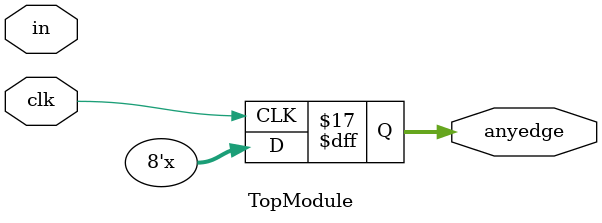
<source format=sv>

module TopModule (
  input clk,
  input [7:0] in,
  output reg [7:0] anyedge
);

  // Edge detection logic for each bit
  always @(posedge clk) begin
    for (int i = 0; i < 8; i++) begin
      if (in[i] != in_prev[i]) begin
        edge_detect[i] <= 1;
      end else begin
        edge_detect[i] <= 0;
      end
    end
  end

  // Delay the edge detection by one clock cycle
  always @(posedge clk) begin
    for (int i = 0; i < 8; i++) begin
      anyedge[i] <= edge_detect[i];
    end
  end

endmodule

// VERILOG-EVAL: errant inclusion of module definition

</source>
